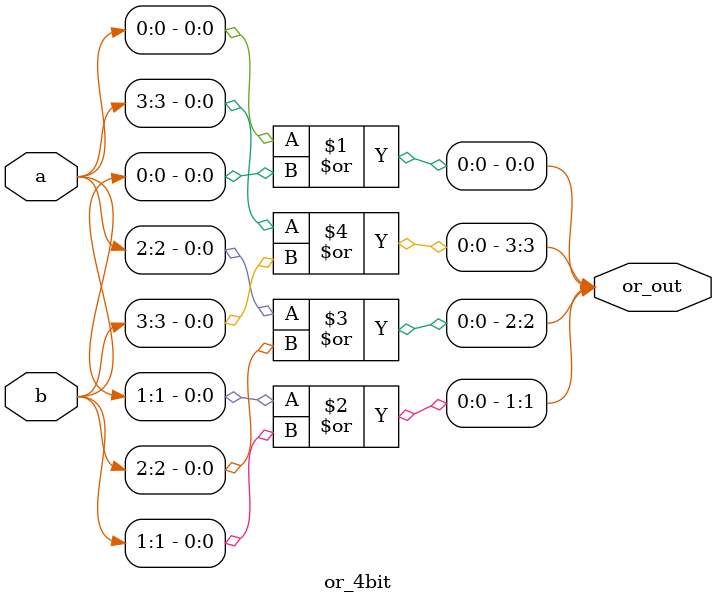
<source format=v>
module or_4bit (output [3:0] or_out, input [3:0] a, input [3:0] b);//or operation occurs for 4-bits numbers
	or or0 (or_out[0], a[0], b[0]);
	or or1 (or_out[1], a[1], b[1]);
	or or2 (or_out[2], a[2], b[2]);
	or or3 (or_out[3], a[3], b[3]);

endmodule

</source>
